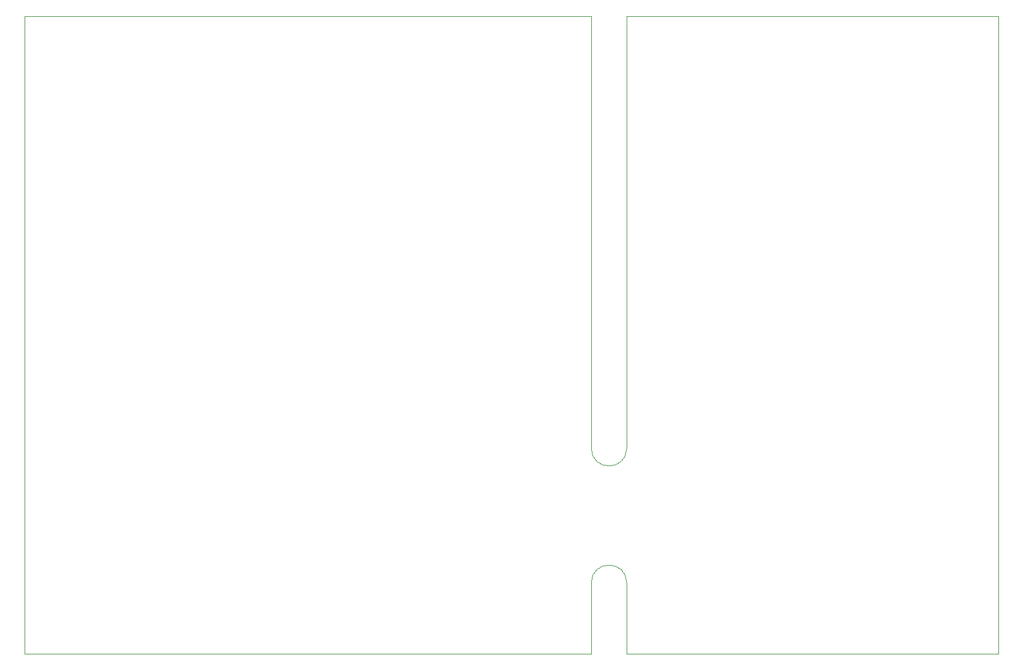
<source format=gbr>
G04 #@! TF.GenerationSoftware,KiCad,Pcbnew,(5.0.0)*
G04 #@! TF.CreationDate,2019-09-26T21:17:23+02:00*
G04 #@! TF.ProjectId,LM317 PSU,4C4D333137205053552E6B696361645F,rev?*
G04 #@! TF.SameCoordinates,Original*
G04 #@! TF.FileFunction,Profile,NP*
%FSLAX46Y46*%
G04 Gerber Fmt 4.6, Leading zero omitted, Abs format (unit mm)*
G04 Created by KiCad (PCBNEW (5.0.0)) date 09/26/19 21:17:23*
%MOMM*%
%LPD*%
G01*
G04 APERTURE LIST*
%ADD10C,0.100000*%
G04 APERTURE END LIST*
D10*
X140000000Y-100000000D02*
G75*
G02X145000000Y-100000000I2500000J0D01*
G01*
X145000000Y-81000000D02*
G75*
G02X140000000Y-81000000I-2500000J0D01*
G01*
X145000000Y-110000000D02*
X145000000Y-100000000D01*
X197500000Y-110000000D02*
X145000000Y-110000000D01*
X197500000Y-20000000D02*
X197500000Y-110000000D01*
X145000000Y-20000000D02*
X197500000Y-20000000D01*
X145000000Y-81000000D02*
X145000000Y-20000000D01*
X140000000Y-20000000D02*
X140000000Y-81000000D01*
X60000000Y-20000000D02*
X140000000Y-20000000D01*
X140000000Y-110000000D02*
X140000000Y-100000000D01*
X60000000Y-110000000D02*
X140000000Y-110000000D01*
X60000000Y-20000000D02*
X60000000Y-110000000D01*
M02*

</source>
